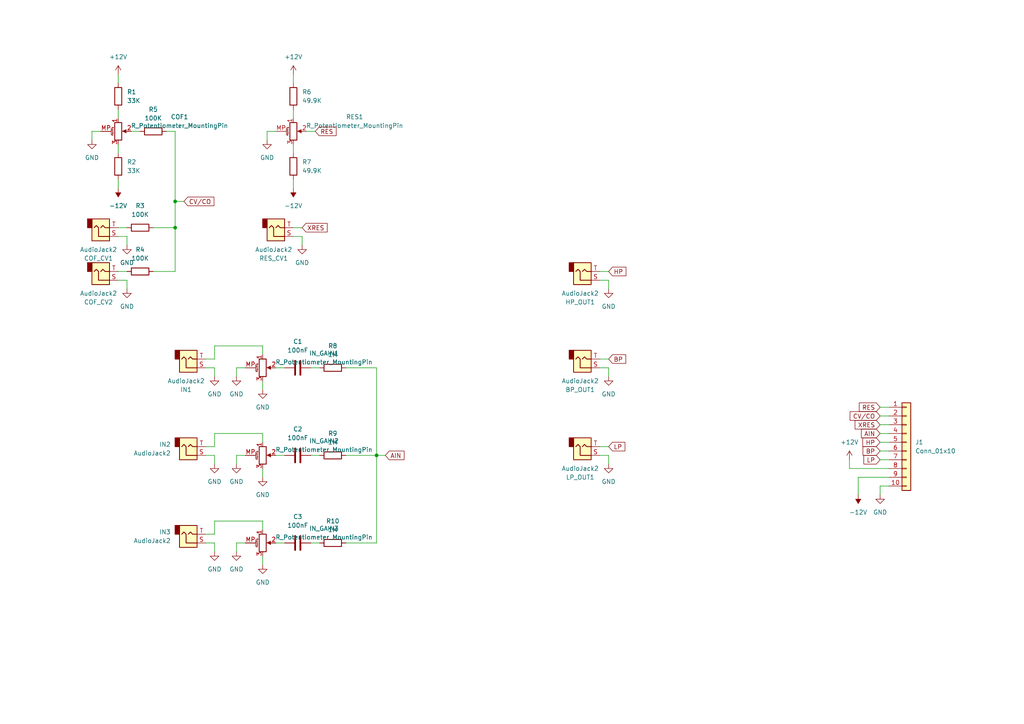
<source format=kicad_sch>
(kicad_sch (version 20230121) (generator eeschema)
  (paper "A4")
  (lib_symbols
    (symbol "Connector-github:AudioJack2"
      (property "Reference" "J" (at 0 8.89 0))
      (property "Value" "AudioJack2" (at 0 6.35 0))
      (symbol "AudioJack2_0_1"
        (rectangle (start -3.81 0) (end -2.54 -2.54) (stroke (width 0.254)) (fill (type outline)))
        (rectangle (start -2.54 3.81) (end 2.54 -2.54) (stroke (width 0.254)) (fill (type background)))
        (polyline (pts (xy 0 0) (xy 0.635 -0.635) (xy 1.27 0) (xy 2.54 0)) (stroke (width 0.254)))
        (polyline (pts (xy 2.54 2.54) (xy -0.635 2.54) (xy -0.635 0) (xy -1.27 -0.635) (xy -1.905 0)) (stroke (width 0.254)))
      )
      (symbol "AudioJack2_1_1"
        (pin passive line (at 5.08 2.54 180) (length 2.54) (name "~") (number "S"))
        (pin passive line (at 5.08 0 180) (length 2.54) (name "~") (number "T"))
      )
    )
    (symbol "Connector_Generic:Conn_01x10" (pin_names (offset 1.016) hide)
      (property "Reference" "J" (at 0 12.7 0))
      (property "Value" "Conn_01x10" (at 0 -15.24 0))
      (symbol "Conn_01x10_1_1"
        (rectangle (start -1.27 -12.573) (end 0 -12.827) (stroke (width 0.1524)))
        (rectangle (start -1.27 -10.033) (end 0 -10.287) (stroke (width 0.1524)))
        (rectangle (start -1.27 -7.493) (end 0 -7.747) (stroke (width 0.1524)))
        (rectangle (start -1.27 -4.953) (end 0 -5.207) (stroke (width 0.1524)))
        (rectangle (start -1.27 -2.413) (end 0 -2.667) (stroke (width 0.1524)))
        (rectangle (start -1.27 0.127) (end 0 -0.127) (stroke (width 0.1524)))
        (rectangle (start -1.27 2.667) (end 0 2.413) (stroke (width 0.1524)))
        (rectangle (start -1.27 5.207) (end 0 4.953) (stroke (width 0.1524)))
        (rectangle (start -1.27 7.747) (end 0 7.493) (stroke (width 0.1524)))
        (rectangle (start -1.27 10.287) (end 0 10.033) (stroke (width 0.1524)))
        (rectangle (start -1.27 11.43) (end 1.27 -13.97) (stroke (width 0.254)) (fill (type background)))
        (pin passive line (at -5.08 10.16 0) (length 3.81) (name "Pin_1") (number "1"))
        (pin passive line (at -5.08 -12.7 0) (length 3.81) (name "Pin_10") (number "10"))
        (pin passive line (at -5.08 7.62 0) (length 3.81) (name "Pin_2") (number "2"))
        (pin passive line (at -5.08 5.08 0) (length 3.81) (name "Pin_3") (number "3"))
        (pin passive line (at -5.08 2.54 0) (length 3.81) (name "Pin_4") (number "4"))
        (pin passive line (at -5.08 0 0) (length 3.81) (name "Pin_5") (number "5"))
        (pin passive line (at -5.08 -2.54 0) (length 3.81) (name "Pin_6") (number "6"))
        (pin passive line (at -5.08 -5.08 0) (length 3.81) (name "Pin_7") (number "7"))
        (pin passive line (at -5.08 -7.62 0) (length 3.81) (name "Pin_8") (number "8"))
        (pin passive line (at -5.08 -10.16 0) (length 3.81) (name "Pin_9") (number "9"))
      )
    )
    (symbol "Device:C" (pin_numbers hide) (pin_names (offset 0.254))
      (property "Reference" "C" (at 0.635 2.54 0))
      (property "Value" "C" (at 0.635 -2.54 0))
      (symbol "C_0_1"
        (polyline (pts (xy -2.032 -0.762) (xy 2.032 -0.762)) (stroke (width 0.508)))
        (polyline (pts (xy -2.032 0.762) (xy 2.032 0.762)) (stroke (width 0.508)))
      )
      (symbol "C_1_1"
        (pin passive line (at 0 3.81 270) (length 2.794) (name "~") (number "1"))
        (pin passive line (at 0 -3.81 90) (length 2.794) (name "~") (number "2"))
      )
    )
    (symbol "Device:R" (pin_numbers hide) (pin_names (offset 0))
      (property "Reference" "R" (at 2.032 0 90))
      (property "Value" "R" (at 0 0 90))
      (symbol "R_0_1"
        (rectangle (start -1.016 -2.54) (end 1.016 2.54) (stroke (width 0.254)))
      )
      (symbol "R_1_1"
        (pin passive line (at 0 3.81 270) (length 1.27) (name "~") (number "1"))
        (pin passive line (at 0 -3.81 90) (length 1.27) (name "~") (number "2"))
      )
    )
    (symbol "Device:R_Potentiometer_MountingPin" (pin_names (offset 1.016) hide)
      (property "Reference" "RV" (at -8.255 0 90))
      (property "Value" "R_Potentiometer_MountingPin" (at -6.35 0 90))
      (symbol "R_Potentiometer_MountingPin_0_1"
        (polyline (pts (xy 2.54 0) (xy 1.524 0)))
        (polyline (pts (xy 1.143 0) (xy 2.286 0.508) (xy 2.286 -0.508)) (fill (type outline)))
        (rectangle (start 1.016 2.54) (end -1.016 -2.54) (stroke (width 0.254)))
      )
      (symbol "R_Potentiometer_MountingPin_1_1"
        (polyline (pts (xy -2.032 1.016) (xy -2.032 -1.016)) (stroke (width 0.1524)))
        (text "Mounting" (at -1.651 0 900) (effects (font (size 0.381 0.381))))
        (pin passive line (at 0 3.81 270) (length 1.27) (name "1") (number "1"))
        (pin passive line (at 3.81 0 180) (length 1.27) (name "2") (number "2"))
        (pin passive line (at 0 -3.81 90) (length 1.27) (name "3") (number "3"))
        (pin passive line (at -5.08 0 0) (length 3.048) (name "MountPin") (number "MP"))
      )
    )
    (symbol "power:+12V" (power) (pin_names (offset 0))
      (property "Value" "+12V" (at 0 3.556 0))
      (symbol "+12V_0_1"
        (polyline (pts (xy -0.762 1.27) (xy 0 2.54)))
        (polyline (pts (xy 0 0) (xy 0 2.54)))
        (polyline (pts (xy 0 2.54) (xy 0.762 1.27)))
      )
      (symbol "+12V_1_1"
        (pin power_in line (at 0 0 90) (length 0) hide (name "+12V") (number "1"))
      )
    )
    (symbol "power:-12V" (power) (pin_names (offset 0))
      (property "Value" "-12V" (at 0 3.81 0))
      (symbol "-12V_0_0"
        (pin power_in line (at 0 0 90) (length 0) hide (name "-12V") (number "1"))
      )
      (symbol "-12V_0_1"
        (polyline (pts (xy 0 0) (xy 0 1.27) (xy 0.762 1.27) (xy 0 2.54) (xy -0.762 1.27) (xy 0 1.27)) (fill (type outline)))
      )
    )
    (symbol "power:GND" (power) (pin_names (offset 0))
      (property "Value" "GND" (at 0 -3.81 0))
      (symbol "GND_0_1"
        (polyline (pts (xy 0 0) (xy 0 -1.27) (xy 1.27 -1.27) (xy 0 -2.54) (xy -1.27 -1.27) (xy 0 -1.27)))
      )
      (symbol "GND_1_1"
        (pin power_in line (at 0 0 270) (length 0) hide (name "GND") (number "1"))
      )
    )
  )
  (junction (at 50.8 58.42))
  (junction (at 50.8 66.04))
  (junction (at 109.22 132.08))
  (wire (pts (xy 255.27 120.65) (xy 257.81 120.65)))
  (wire (pts (xy 255.27 130.81) (xy 257.81 130.81)))
  (wire (pts (xy 76.2 125.73) (xy 76.2 128.27)))
  (wire (pts (xy 59.69 104.14) (xy 62.23 104.14)))
  (wire (pts (xy 90.17 157.48) (xy 92.71 157.48)))
  (wire (pts (xy 255.27 140.97) (xy 255.27 143.51)))
  (wire (pts (xy 50.8 58.42) (xy 53.34 58.42)))
  (wire (pts (xy 68.58 106.68) (xy 68.58 109.22)))
  (wire (pts (xy 248.92 138.43) (xy 248.92 143.51)))
  (wire (pts (xy 100.33 106.68) (xy 109.22 106.68)))
  (wire (pts (xy 62.23 154.94) (xy 62.23 151.13)))
  (wire (pts (xy 173.99 81.28) (xy 176.53 81.28)))
  (wire (pts (xy 62.23 129.54) (xy 62.23 125.73)))
  (wire (pts (xy 59.69 106.68) (xy 62.23 106.68)))
  (wire (pts (xy 62.23 104.14) (xy 62.23 100.33)))
  (wire (pts (xy 62.23 125.73) (xy 76.2 125.73)))
  (wire (pts (xy 109.22 106.68) (xy 109.22 132.08)))
  (wire (pts (xy 34.29 66.04) (xy 36.83 66.04)))
  (wire (pts (xy 34.29 78.74) (xy 36.83 78.74)))
  (wire (pts (xy 26.67 38.1) (xy 26.67 40.64)))
  (wire (pts (xy 173.99 78.74) (xy 176.53 78.74)))
  (wire (pts (xy 85.09 52.07) (xy 85.09 54.61)))
  (wire (pts (xy 90.17 106.68) (xy 92.71 106.68)))
  (wire (pts (xy 59.69 154.94) (xy 62.23 154.94)))
  (wire (pts (xy 255.27 133.35) (xy 257.81 133.35)))
  (wire (pts (xy 85.09 21.59) (xy 85.09 24.13)))
  (wire (pts (xy 71.12 157.48) (xy 68.58 157.48)))
  (wire (pts (xy 246.38 135.89) (xy 246.38 133.35)))
  (wire (pts (xy 85.09 66.04) (xy 87.63 66.04)))
  (wire (pts (xy 62.23 151.13) (xy 76.2 151.13)))
  (wire (pts (xy 173.99 106.68) (xy 176.53 106.68)))
  (wire (pts (xy 176.53 132.08) (xy 176.53 134.62)))
  (wire (pts (xy 109.22 132.08) (xy 109.22 157.48)))
  (wire (pts (xy 87.63 68.58) (xy 87.63 71.12)))
  (wire (pts (xy 76.2 110.49) (xy 76.2 113.03)))
  (wire (pts (xy 50.8 38.1) (xy 48.26 38.1)))
  (wire (pts (xy 257.81 135.89) (xy 246.38 135.89)))
  (wire (pts (xy 50.8 58.42) (xy 50.8 38.1)))
  (wire (pts (xy 255.27 125.73) (xy 257.81 125.73)))
  (wire (pts (xy 50.8 66.04) (xy 50.8 58.42)))
  (wire (pts (xy 36.83 68.58) (xy 36.83 71.12)))
  (wire (pts (xy 255.27 118.11) (xy 257.81 118.11)))
  (wire (pts (xy 100.33 132.08) (xy 109.22 132.08)))
  (wire (pts (xy 34.29 52.07) (xy 34.29 54.61)))
  (wire (pts (xy 76.2 161.29) (xy 76.2 163.83)))
  (wire (pts (xy 59.69 132.08) (xy 62.23 132.08)))
  (wire (pts (xy 59.69 129.54) (xy 62.23 129.54)))
  (wire (pts (xy 176.53 106.68) (xy 176.53 109.22)))
  (wire (pts (xy 109.22 132.08) (xy 111.76 132.08)))
  (wire (pts (xy 34.29 81.28) (xy 36.83 81.28)))
  (wire (pts (xy 76.2 100.33) (xy 76.2 102.87)))
  (wire (pts (xy 29.21 38.1) (xy 26.67 38.1)))
  (wire (pts (xy 173.99 104.14) (xy 176.53 104.14)))
  (wire (pts (xy 257.81 140.97) (xy 255.27 140.97)))
  (wire (pts (xy 34.29 31.75) (xy 34.29 34.29)))
  (wire (pts (xy 255.27 123.19) (xy 257.81 123.19)))
  (wire (pts (xy 173.99 132.08) (xy 176.53 132.08)))
  (wire (pts (xy 38.1 38.1) (xy 40.64 38.1)))
  (wire (pts (xy 62.23 106.68) (xy 62.23 109.22)))
  (wire (pts (xy 85.09 41.91) (xy 85.09 44.45)))
  (wire (pts (xy 173.99 129.54) (xy 176.53 129.54)))
  (wire (pts (xy 62.23 100.33) (xy 76.2 100.33)))
  (wire (pts (xy 80.01 38.1) (xy 77.47 38.1)))
  (wire (pts (xy 36.83 81.28) (xy 36.83 83.82)))
  (wire (pts (xy 34.29 41.91) (xy 34.29 44.45)))
  (wire (pts (xy 62.23 157.48) (xy 62.23 160.02)))
  (wire (pts (xy 34.29 21.59) (xy 34.29 24.13)))
  (wire (pts (xy 76.2 135.89) (xy 76.2 138.43)))
  (wire (pts (xy 80.01 132.08) (xy 82.55 132.08)))
  (wire (pts (xy 68.58 157.48) (xy 68.58 160.02)))
  (wire (pts (xy 88.9 38.1) (xy 91.44 38.1)))
  (wire (pts (xy 76.2 151.13) (xy 76.2 153.67)))
  (wire (pts (xy 90.17 132.08) (xy 92.71 132.08)))
  (wire (pts (xy 176.53 81.28) (xy 176.53 83.82)))
  (wire (pts (xy 80.01 157.48) (xy 82.55 157.48)))
  (wire (pts (xy 77.47 38.1) (xy 77.47 40.64)))
  (wire (pts (xy 257.81 138.43) (xy 248.92 138.43)))
  (wire (pts (xy 80.01 106.68) (xy 82.55 106.68)))
  (wire (pts (xy 109.22 157.48) (xy 100.33 157.48)))
  (wire (pts (xy 71.12 132.08) (xy 68.58 132.08)))
  (wire (pts (xy 44.45 66.04) (xy 50.8 66.04)))
  (wire (pts (xy 50.8 78.74) (xy 50.8 66.04)))
  (wire (pts (xy 34.29 68.58) (xy 36.83 68.58)))
  (wire (pts (xy 44.45 78.74) (xy 50.8 78.74)))
  (wire (pts (xy 255.27 128.27) (xy 257.81 128.27)))
  (wire (pts (xy 71.12 106.68) (xy 68.58 106.68)))
  (wire (pts (xy 68.58 132.08) (xy 68.58 134.62)))
  (wire (pts (xy 85.09 31.75) (xy 85.09 34.29)))
  (wire (pts (xy 59.69 157.48) (xy 62.23 157.48)))
  (wire (pts (xy 85.09 68.58) (xy 87.63 68.58)))
  (wire (pts (xy 62.23 132.08) (xy 62.23 134.62)))
  (global_label "RES" (shape input) (at 91.44 38.1 0) (property "Intersheetrefs" "${INTERSHEET_REFS}" (effects hide)))
  (global_label "BP" (shape input) (at 255.27 130.81 180) (property "Intersheetrefs" "${INTERSHEET_REFS}" (effects hide)))
  (global_label "RES" (shape input) (at 255.27 118.11 180) (property "Intersheetrefs" "${INTERSHEET_REFS}" (effects hide)))
  (global_label "AIN" (shape input) (at 111.76 132.08 0) (property "Intersheetrefs" "${INTERSHEET_REFS}" (effects hide)))
  (global_label "CV{slash}CO" (shape input) (at 53.34 58.42 0) (property "Intersheetrefs" "${INTERSHEET_REFS}" (effects hide)))
  (global_label "AIN" (shape input) (at 255.27 125.73 180) (property "Intersheetrefs" "${INTERSHEET_REFS}" (effects hide)))
  (global_label "BP" (shape input) (at 176.53 104.14 0) (property "Intersheetrefs" "${INTERSHEET_REFS}" (effects hide)))
  (global_label "HP" (shape input) (at 176.53 78.74 0) (property "Intersheetrefs" "${INTERSHEET_REFS}" (effects hide)))
  (global_label "CV{slash}CO" (shape input) (at 255.27 120.65 180) (property "Intersheetrefs" "${INTERSHEET_REFS}" (effects hide)))
  (global_label "HP" (shape input) (at 255.27 128.27 180) (property "Intersheetrefs" "${INTERSHEET_REFS}" (effects hide)))
  (global_label "XRES" (shape input) (at 255.27 123.19 180) (property "Intersheetrefs" "${INTERSHEET_REFS}" (effects hide)))
  (global_label "LP" (shape input) (at 255.27 133.35 180) (property "Intersheetrefs" "${INTERSHEET_REFS}" (effects hide)))
  (global_label "XRES" (shape input) (at 87.63 66.04 0) (property "Intersheetrefs" "${INTERSHEET_REFS}" (effects hide)))
  (global_label "LP" (shape input) (at 176.53 129.54 0) (property "Intersheetrefs" "${INTERSHEET_REFS}" (effects hide)))
  (symbol (lib_id "Connector-github:AudioJack2") (at 29.21 78.74 0) (mirror x) (unit 1)
    (property "Reference" "COF_CV2" (at 28.575 87.63 0))
    (property "Value" "AudioJack2" (at 28.575 85.09 0))
    (property "Footprint" "Library:Jack_3.5mm_QingPu_WQP-PJ398SM_Vertical_CircularHoles" (effects hide))
  )
  (symbol (lib_id "power:+12V") (at 85.09 21.59 0) (unit 1)
    (property "Reference" "#PWR016" (effects hide))
    (property "Value" "+12V" (at 85.09 16.51 0))
  )
  (symbol (lib_id "Device:R") (at 34.29 48.26 0) (unit 1)
    (property "Reference" "R2" (at 36.83 46.99 0) (effects (justify left)))
    (property "Value" "33K" (at 36.83 49.53 0) (effects (justify left)))
    (property "Footprint" "Library:R_Axial_DIN0207_L6.3mm_D2.5mm_P7.62mm_Horizontal" (effects hide))
  )
  (symbol (lib_id "power:GND") (at 77.47 40.64 0) (unit 1)
    (property "Reference" "#PWR015" (effects hide))
    (property "Value" "GND" (at 77.47 45.72 0))
  )
  (symbol (lib_id "Connector-github:AudioJack2") (at 168.91 104.14 0) (mirror x) (unit 1)
    (property "Reference" "BP_OUT1" (at 168.275 113.03 0))
    (property "Value" "AudioJack2" (at 168.275 110.49 0))
    (property "Footprint" "Library:Jack_3.5mm_QingPu_WQP-PJ398SM_Vertical_CircularHoles" (effects hide))
  )
  (symbol (lib_id "Connector_Generic:Conn_01x10") (at 262.89 128.27 0) (unit 1)
    (property "Reference" "J1" (at 265.43 128.27 0) (effects (justify left)))
    (property "Value" "Conn_01x10" (at 265.43 130.81 0) (effects (justify left)))
    (property "Footprint" "Connector_PinHeader_2.54mm:PinHeader_1x10_P2.54mm_Vertical" (effects hide))
  )
  (symbol (lib_id "power:-12V") (at 248.92 143.51 180) (unit 1)
    (property "Reference" "#PWR023" (effects hide))
    (property "Value" "-12V" (at 248.92 148.59 0))
  )
  (symbol (lib_id "Device:R") (at 85.09 48.26 180) (unit 1)
    (property "Reference" "R7" (at 87.63 46.99 0) (effects (justify right)))
    (property "Value" "49.9K" (at 87.63 49.53 0) (effects (justify right)))
    (property "Footprint" "Library:R_Axial_DIN0207_L6.3mm_D2.5mm_P7.62mm_Horizontal" (effects hide))
  )
  (symbol (lib_id "Connector-github:AudioJack2") (at 54.61 154.94 0) (mirror x) (unit 1)
    (property "Reference" "IN3" (at 49.53 154.305 0) (effects (justify right)))
    (property "Value" "AudioJack2" (at 49.53 156.845 0) (effects (justify right)))
    (property "Footprint" "Library:Jack_3.5mm_QingPu_WQP-PJ398SM_Vertical_CircularHoles" (effects hide))
  )
  (symbol (lib_id "Connector-github:AudioJack2") (at 80.01 66.04 0) (mirror x) (unit 1)
    (property "Reference" "RES_CV1" (at 79.375 74.93 0))
    (property "Value" "AudioJack2" (at 79.375 72.39 0))
    (property "Footprint" "Library:Jack_3.5mm_QingPu_WQP-PJ398SM_Vertical_CircularHoles" (effects hide))
  )
  (symbol (lib_id "power:GND") (at 62.23 160.02 0) (unit 1)
    (property "Reference" "#PWR08" (effects hide))
    (property "Value" "GND" (at 62.23 165.1 0))
  )
  (symbol (lib_id "power:GND") (at 255.27 143.51 0) (unit 1)
    (property "Reference" "#PWR024" (effects hide))
    (property "Value" "GND" (at 255.27 148.59 0))
  )
  (symbol (lib_id "Device:C") (at 86.36 106.68 90) (unit 1)
    (property "Reference" "C1" (at 86.36 99.06 90))
    (property "Value" "100nF" (at 86.36 101.6 90))
    (property "Footprint" "Capacitor_THT:C_Disc_D3.0mm_W2.0mm_P2.50mm" (effects hide))
  )
  (symbol (lib_id "power:GND") (at 68.58 134.62 0) (unit 1)
    (property "Reference" "#PWR010" (effects hide))
    (property "Value" "GND" (at 68.58 139.7 0))
  )
  (symbol (lib_id "Device:R") (at 96.52 132.08 90) (unit 1)
    (property "Reference" "R9" (at 96.52 125.73 90))
    (property "Value" "1M" (at 96.52 128.27 90))
    (property "Footprint" "Library:R_Axial_DIN0207_L6.3mm_D2.5mm_P7.62mm_Horizontal" (effects hide))
  )
  (symbol (lib_id "Device:R_Potentiometer_MountingPin") (at 76.2 106.68 0) (unit 1)
    (property "Reference" "IN_GAIN1" (at 93.98 102.4891 0))
    (property "Value" "R_Potentiometer_MountingPin" (at 93.98 105.0291 0))
    (property "Footprint" "Library:Potentiometer_Bourns_PTV09A-1_Single_Vertical" (effects hide))
  )
  (symbol (lib_id "power:+12V") (at 34.29 21.59 0) (unit 1)
    (property "Reference" "#PWR02" (effects hide))
    (property "Value" "+12V" (at 34.29 16.51 0))
  )
  (symbol (lib_id "Device:R") (at 44.45 38.1 90) (unit 1)
    (property "Reference" "R5" (at 44.45 31.75 90))
    (property "Value" "100K" (at 44.45 34.29 90))
    (property "Footprint" "Library:R_Axial_DIN0207_L6.3mm_D2.5mm_P7.62mm_Horizontal" (effects hide))
  )
  (symbol (lib_id "power:GND") (at 176.53 109.22 0) (unit 1)
    (property "Reference" "#PWR020" (effects hide))
    (property "Value" "GND" (at 176.53 114.3 0))
  )
  (symbol (lib_id "Connector-github:AudioJack2") (at 168.91 78.74 0) (mirror x) (unit 1)
    (property "Reference" "HP_OUT1" (at 168.275 87.63 0))
    (property "Value" "AudioJack2" (at 168.275 85.09 0))
    (property "Footprint" "Library:Jack_3.5mm_QingPu_WQP-PJ398SM_Vertical_CircularHoles" (effects hide))
  )
  (symbol (lib_id "power:-12V") (at 34.29 54.61 180) (unit 1)
    (property "Reference" "#PWR03" (effects hide))
    (property "Value" "-12V" (at 34.29 59.69 0))
  )
  (symbol (lib_id "power:GND") (at 36.83 83.82 0) (unit 1)
    (property "Reference" "#PWR05" (effects hide))
    (property "Value" "GND" (at 36.83 88.9 0))
  )
  (symbol (lib_id "Device:R") (at 40.64 78.74 90) (unit 1)
    (property "Reference" "R4" (at 40.64 72.39 90))
    (property "Value" "100K" (at 40.64 74.93 90))
    (property "Footprint" "Library:R_Axial_DIN0207_L6.3mm_D2.5mm_P7.62mm_Horizontal" (effects hide))
  )
  (symbol (lib_id "Connector-github:AudioJack2") (at 29.21 66.04 0) (mirror x) (unit 1)
    (property "Reference" "COF_CV1" (at 28.575 74.93 0))
    (property "Value" "AudioJack2" (at 28.575 72.39 0))
    (property "Footprint" "Library:Jack_3.5mm_QingPu_WQP-PJ398SM_Vertical_CircularHoles" (effects hide))
  )
  (symbol (lib_id "Connector-github:AudioJack2") (at 54.61 129.54 0) (mirror x) (unit 1)
    (property "Reference" "IN2" (at 49.53 128.905 0) (effects (justify right)))
    (property "Value" "AudioJack2" (at 49.53 131.445 0) (effects (justify right)))
    (property "Footprint" "Library:Jack_3.5mm_QingPu_WQP-PJ398SM_Vertical_CircularHoles" (effects hide))
  )
  (symbol (lib_id "Connector-github:AudioJack2") (at 54.61 104.14 0) (mirror x) (unit 1)
    (property "Reference" "IN1" (at 53.975 113.03 0))
    (property "Value" "AudioJack2" (at 53.975 110.49 0))
    (property "Footprint" "Library:Jack_3.5mm_QingPu_WQP-PJ398SM_Vertical_CircularHoles" (effects hide))
  )
  (symbol (lib_id "power:GND") (at 26.67 40.64 0) (unit 1)
    (property "Reference" "#PWR01" (effects hide))
    (property "Value" "GND" (at 26.67 45.72 0))
  )
  (symbol (lib_id "power:GND") (at 62.23 134.62 0) (unit 1)
    (property "Reference" "#PWR07" (effects hide))
    (property "Value" "GND" (at 62.23 139.7 0))
  )
  (symbol (lib_id "power:GND") (at 68.58 160.02 0) (unit 1)
    (property "Reference" "#PWR011" (effects hide))
    (property "Value" "GND" (at 68.58 165.1 0))
  )
  (symbol (lib_id "power:+12V") (at 246.38 133.35 0) (unit 1)
    (property "Reference" "#PWR022" (effects hide))
    (property "Value" "+12V" (at 246.38 128.27 0))
  )
  (symbol (lib_id "Device:R_Potentiometer_MountingPin") (at 76.2 157.48 0) (unit 1)
    (property "Reference" "IN_GAIN3" (at 93.98 153.2891 0))
    (property "Value" "R_Potentiometer_MountingPin" (at 93.98 155.8291 0))
    (property "Footprint" "Library:Potentiometer_Bourns_PTV09A-1_Single_Vertical" (effects hide))
  )
  (symbol (lib_id "Device:R") (at 34.29 27.94 0) (unit 1)
    (property "Reference" "R1" (at 36.83 26.67 0) (effects (justify left)))
    (property "Value" "33K" (at 36.83 29.21 0) (effects (justify left)))
    (property "Footprint" "Library:R_Axial_DIN0207_L6.3mm_D2.5mm_P7.62mm_Horizontal" (effects hide))
  )
  (symbol (lib_id "Device:R") (at 40.64 66.04 90) (unit 1)
    (property "Reference" "R3" (at 40.64 59.69 90))
    (property "Value" "100K" (at 40.64 62.23 90))
    (property "Footprint" "Library:R_Axial_DIN0207_L6.3mm_D2.5mm_P7.62mm_Horizontal" (effects hide))
  )
  (symbol (lib_id "power:GND") (at 176.53 134.62 0) (unit 1)
    (property "Reference" "#PWR021" (effects hide))
    (property "Value" "GND" (at 176.53 139.7 0))
  )
  (symbol (lib_id "Device:R") (at 96.52 157.48 90) (unit 1)
    (property "Reference" "R10" (at 96.52 151.13 90))
    (property "Value" "1M" (at 96.52 153.67 90))
    (property "Footprint" "Library:R_Axial_DIN0207_L6.3mm_D2.5mm_P7.62mm_Horizontal" (effects hide))
  )
  (symbol (lib_id "power:GND") (at 76.2 138.43 0) (unit 1)
    (property "Reference" "#PWR013" (effects hide))
    (property "Value" "GND" (at 76.2 143.51 0))
  )
  (symbol (lib_id "Device:R_Potentiometer_MountingPin") (at 76.2 132.08 0) (unit 1)
    (property "Reference" "IN_GAIN2" (at 93.98 127.8891 0))
    (property "Value" "R_Potentiometer_MountingPin" (at 93.98 130.4291 0))
    (property "Footprint" "Library:Potentiometer_Bourns_PTV09A-1_Single_Vertical" (effects hide))
  )
  (symbol (lib_id "Connector-github:AudioJack2") (at 168.91 129.54 0) (mirror x) (unit 1)
    (property "Reference" "LP_OUT1" (at 168.275 138.43 0))
    (property "Value" "AudioJack2" (at 168.275 135.89 0))
    (property "Footprint" "Library:Jack_3.5mm_QingPu_WQP-PJ398SM_Vertical_CircularHoles" (effects hide))
  )
  (symbol (lib_id "power:GND") (at 87.63 71.12 0) (unit 1)
    (property "Reference" "#PWR018" (effects hide))
    (property "Value" "GND" (at 87.63 76.2 0))
  )
  (symbol (lib_id "Device:R_Potentiometer_MountingPin") (at 85.09 38.1 0) (unit 1)
    (property "Reference" "RES1" (at 102.87 33.9091 0))
    (property "Value" "R_Potentiometer_MountingPin" (at 102.87 36.4491 0))
    (property "Footprint" "Library:Potentiometer_Bourns_PTV09A-1_Single_Vertical" (effects hide))
  )
  (symbol (lib_id "power:GND") (at 176.53 83.82 0) (unit 1)
    (property "Reference" "#PWR019" (effects hide))
    (property "Value" "GND" (at 176.53 88.9 0))
  )
  (symbol (lib_id "power:-12V") (at 85.09 54.61 180) (unit 1)
    (property "Reference" "#PWR017" (effects hide))
    (property "Value" "-12V" (at 85.09 59.69 0))
  )
  (symbol (lib_id "power:GND") (at 36.83 71.12 0) (unit 1)
    (property "Reference" "#PWR04" (effects hide))
    (property "Value" "GND" (at 36.83 76.2 0))
  )
  (symbol (lib_id "Device:R_Potentiometer_MountingPin") (at 34.29 38.1 0) (unit 1)
    (property "Reference" "COF1" (at 52.07 33.9091 0))
    (property "Value" "R_Potentiometer_MountingPin" (at 52.07 36.4491 0))
    (property "Footprint" "Library:Potentiometer_Bourns_PTV09A-1_Single_Vertical" (effects hide))
  )
  (symbol (lib_id "power:GND") (at 68.58 109.22 0) (unit 1)
    (property "Reference" "#PWR09" (effects hide))
    (property "Value" "GND" (at 68.58 114.3 0))
  )
  (symbol (lib_id "Device:C") (at 86.36 132.08 90) (unit 1)
    (property "Reference" "C2" (at 86.36 124.46 90))
    (property "Value" "100nF" (at 86.36 127 90))
    (property "Footprint" "Capacitor_THT:C_Disc_D3.0mm_W2.0mm_P2.50mm" (effects hide))
  )
  (symbol (lib_id "power:GND") (at 76.2 163.83 0) (unit 1)
    (property "Reference" "#PWR014" (effects hide))
    (property "Value" "GND" (at 76.2 168.91 0))
  )
  (symbol (lib_id "power:GND") (at 76.2 113.03 0) (unit 1)
    (property "Reference" "#PWR012" (effects hide))
    (property "Value" "GND" (at 76.2 118.11 0))
  )
  (symbol (lib_id "Device:R") (at 96.52 106.68 90) (unit 1)
    (property "Reference" "R8" (at 96.52 100.33 90))
    (property "Value" "1M" (at 96.52 102.87 90))
    (property "Footprint" "Library:R_Axial_DIN0207_L6.3mm_D2.5mm_P7.62mm_Horizontal" (effects hide))
  )
  (symbol (lib_id "power:GND") (at 62.23 109.22 0) (unit 1)
    (property "Reference" "#PWR06" (effects hide))
    (property "Value" "GND" (at 62.23 114.3 0))
  )
  (symbol (lib_id "Device:C") (at 86.36 157.48 90) (unit 1)
    (property "Reference" "C3" (at 86.36 149.86 90))
    (property "Value" "100nF" (at 86.36 152.4 90))
    (property "Footprint" "Capacitor_THT:C_Disc_D3.0mm_W2.0mm_P2.50mm" (effects hide))
  )
  (symbol (lib_id "Device:R") (at 85.09 27.94 180) (unit 1)
    (property "Reference" "R6" (at 87.63 26.67 0) (effects (justify right)))
    (property "Value" "49.9K" (at 87.63 29.21 0) (effects (justify right)))
    (property "Footprint" "Library:R_Axial_DIN0207_L6.3mm_D2.5mm_P7.62mm_Horizontal" (effects hide))
  )
)
</source>
